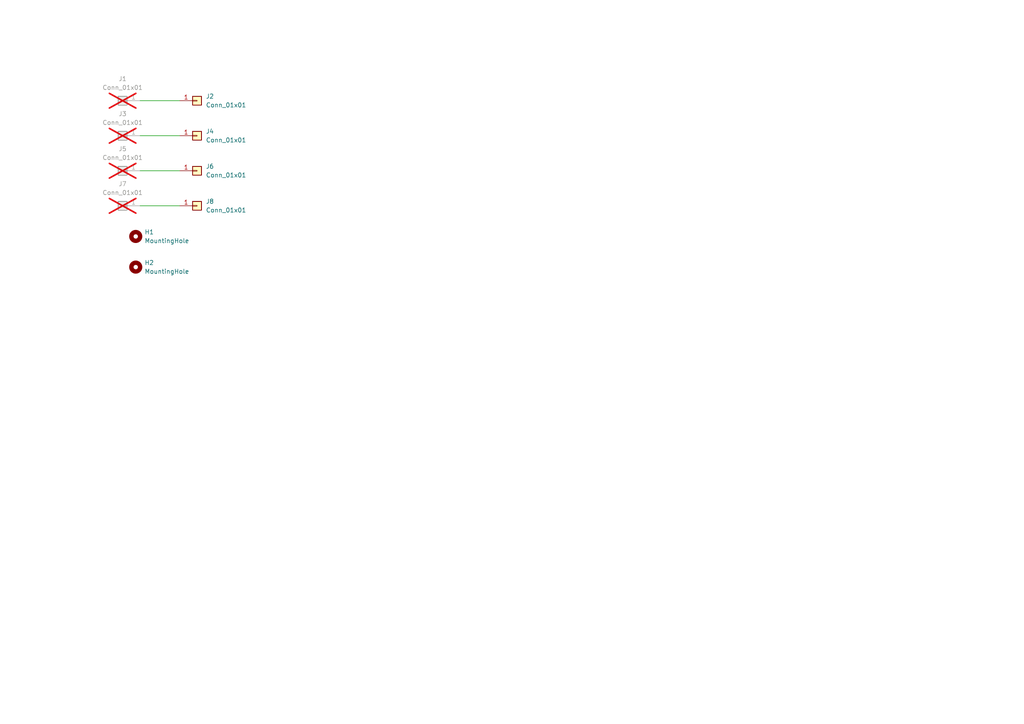
<source format=kicad_sch>
(kicad_sch (version 20231120) (generator "eeschema") (generator_version "8.0")
  (paper "A4")
  (lib_symbols
    (symbol "Connector_Generic:Conn_01x01" (pin_names (offset 1.016) hide)
      (property "Reference" "J" (at 0 2.54 0))
      (property "Value" "Conn_01x01" (at 0 -2.54 0))
      (symbol "Conn_01x01_1_1"
        (rectangle (start -1.27 0.127) (end 0 -0.127) (stroke (width 0.1524)))
        (rectangle (start -1.27 1.27) (end 1.27 -1.27) (stroke (width 0.254)) (fill (type background)))
        (pin passive line (at -5.08 0 0) (length 3.81) (name "Pin_1") (number "1"))
      )
    )
    (symbol "Mechanical:MountingHole" (pin_names (offset 1.016)) (exclude_from_sim yes) (in_bom no)
      (property "Reference" "H" (at 0 5.08 0))
      (property "Value" "MountingHole" (at 0 3.175 0))
      (symbol "MountingHole_0_1"
        (circle (center 0 0) (radius 1.27) (stroke (width 1.27)))
      )
    )
  )
  (wire (pts (xy 52.07 49.53) (xy 40.64 49.53)))
  (wire (pts (xy 52.07 39.37) (xy 40.64 39.37)))
  (wire (pts (xy 52.07 29.21) (xy 40.64 29.21)))
  (wire (pts (xy 52.07 59.69) (xy 40.64 59.69)))
  (symbol (lib_id "Connector_Generic:Conn_01x01") (at 35.56 59.69 0) (mirror y) (unit 1) (dnp yes)
    (property "Reference" "J7" (at 35.56 53.34 0))
    (property "Value" "Conn_01x01" (at 35.56 55.88 0))
    (property "Footprint" "my-conn-pad:PinHeader_1x01_P2.54mm_Vertical" (effects (hide yes)))
    (property "Description" "Generic connector, single row, 01x01, script generated (kicad-library-utils/schlib/autogen/connector/)" (effects (hide yes)))
  )
  (symbol (lib_id "Connector_Generic:Conn_01x01") (at 57.15 39.37 0) (unit 1)
    (property "Reference" "J4" (at 59.69 38.0999 0) (effects (justify left)))
    (property "Value" "Conn_01x01" (at 59.69 40.6399 0) (effects (justify left)))
    (property "Footprint" "my-conn-pad:PinHeader_1x01_P2.54mm_Vertical" (effects (hide yes)))
    (property "Description" "Generic connector, single row, 01x01, script generated (kicad-library-utils/schlib/autogen/connector/)" (effects (hide yes)))
  )
  (symbol (lib_id "Connector_Generic:Conn_01x01") (at 35.56 39.37 0) (mirror y) (unit 1) (dnp yes)
    (property "Reference" "J3" (at 35.56 33.02 0))
    (property "Value" "Conn_01x01" (at 35.56 35.56 0))
    (property "Footprint" "my-conn-pad:PinHeader_1x01_P2.54mm_Vertical" (effects (hide yes)))
    (property "Description" "Generic connector, single row, 01x01, script generated (kicad-library-utils/schlib/autogen/connector/)" (effects (hide yes)))
  )
  (symbol (lib_id "Mechanical:MountingHole") (at 39.37 68.58 0) (unit 1) (exclude_from_sim yes) (in_bom no)
    (property "Reference" "H1" (at 41.91 67.3099 0) (effects (justify left)))
    (property "Value" "MountingHole" (at 41.91 69.8499 0) (effects (justify left)))
    (property "Footprint" "my_mtg_hole:hole-440-nopad" (effects (hide yes)))
    (property "Description" "Mounting Hole without connection" (effects (hide yes)))
  )
  (symbol (lib_id "Connector_Generic:Conn_01x01") (at 57.15 29.21 0) (unit 1)
    (property "Reference" "J2" (at 59.69 27.9399 0) (effects (justify left)))
    (property "Value" "Conn_01x01" (at 59.69 30.4799 0) (effects (justify left)))
    (property "Footprint" "my-conn-pad:PinHeader_1x01_P2.54mm_Vertical" (effects (hide yes)))
    (property "Description" "Generic connector, single row, 01x01, script generated (kicad-library-utils/schlib/autogen/connector/)" (effects (hide yes)))
  )
  (symbol (lib_id "Connector_Generic:Conn_01x01") (at 35.56 29.21 0) (mirror y) (unit 1) (dnp yes)
    (property "Reference" "J1" (at 35.56 22.86 0))
    (property "Value" "Conn_01x01" (at 35.56 25.4 0))
    (property "Footprint" "my-conn-pad:PinHeader_1x01_P2.54mm_Vertical" (effects (hide yes)))
    (property "Description" "Generic connector, single row, 01x01, script generated (kicad-library-utils/schlib/autogen/connector/)" (effects (hide yes)))
  )
  (symbol (lib_id "Connector_Generic:Conn_01x01") (at 35.56 49.53 0) (mirror y) (unit 1) (dnp yes)
    (property "Reference" "J5" (at 35.56 43.18 0))
    (property "Value" "Conn_01x01" (at 35.56 45.72 0))
    (property "Footprint" "my-conn-pad:PinHeader_1x01_P2.54mm_Vertical" (effects (hide yes)))
    (property "Description" "Generic connector, single row, 01x01, script generated (kicad-library-utils/schlib/autogen/connector/)" (effects (hide yes)))
  )
  (symbol (lib_id "Mechanical:MountingHole") (at 39.37 77.47 0) (unit 1) (exclude_from_sim yes) (in_bom no)
    (property "Reference" "H2" (at 41.91 76.1999 0) (effects (justify left)))
    (property "Value" "MountingHole" (at 41.91 78.7399 0) (effects (justify left)))
    (property "Footprint" "my_mtg_hole:hole-440-nopad" (effects (hide yes)))
    (property "Description" "Mounting Hole without connection" (effects (hide yes)))
  )
  (symbol (lib_id "Connector_Generic:Conn_01x01") (at 57.15 49.53 0) (unit 1)
    (property "Reference" "J6" (at 59.69 48.2599 0) (effects (justify left)))
    (property "Value" "Conn_01x01" (at 59.69 50.7999 0) (effects (justify left)))
    (property "Footprint" "my-conn-pad:PinHeader_1x01_P2.54mm_Vertical" (effects (hide yes)))
    (property "Description" "Generic connector, single row, 01x01, script generated (kicad-library-utils/schlib/autogen/connector/)" (effects (hide yes)))
  )
  (symbol (lib_id "Connector_Generic:Conn_01x01") (at 57.15 59.69 0) (unit 1)
    (property "Reference" "J8" (at 59.69 58.4199 0) (effects (justify left)))
    (property "Value" "Conn_01x01" (at 59.69 60.9599 0) (effects (justify left)))
    (property "Footprint" "my-conn-pad:PinHeader_1x01_P2.54mm_Vertical" (effects (hide yes)))
    (property "Description" "Generic connector, single row, 01x01, script generated (kicad-library-utils/schlib/autogen/connector/)" (effects (hide yes)))
  )
)
</source>
